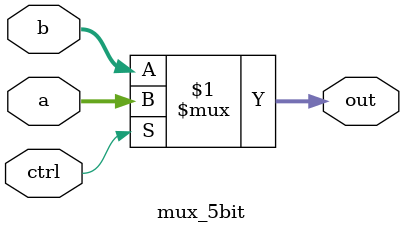
<source format=v>
module mux_5bit(a, b, ctrl, out);

	input [4:0] a, b;
	input ctrl;
	output [4:0] out;

	// If ctrl = 1 -> a
	// If ctrl = 0 -> b
	assign out = (ctrl) ? a : b;

endmodule

</source>
